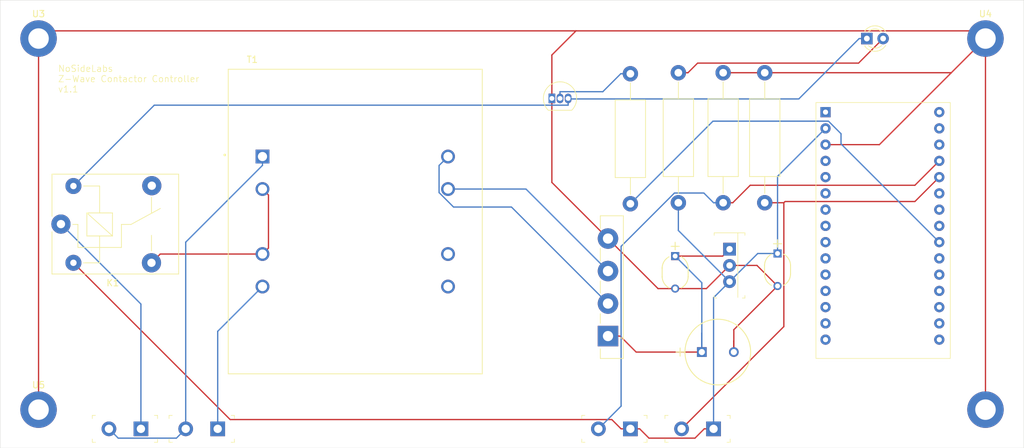
<source format=kicad_pcb>
(kicad_pcb (version 20240108) (generator "pcbnew") (generator_version "8.0")
  (layers (0 "F.Cu" signal) (31 "B.Cu" signal) (34 "B.Paste" user) (35 "F.Paste" user) (36 "B.SilkS" user "B.Silkscreen") (37 "F.SilkS" user "F.Silkscreen") (38 "B.Mask" user) (39 "F.Mask" user) (44 "Edge.Cuts" user))
  (net 0 "")
  (net 1 "GND")
  (net 2 "Net-(D1-+)")
  (net 3 "Net-(D1-Pad2)")
  (net 4 "Net-(D1-Pad3)")
  (net 5 "Net-(U2-20)")
  (net 6 "Net-(U1-OUT)")
  (net 7 "Net-(U2-19)")
  (net 8 "Net-(J3-Pad1)")
  (net 9 "Net-(J3-Pad2)")
  (net 10 "Net-(J4-Pad1)")
  (net 11 "Net-(U2-15_PWM3)")
  (net 35 "Net-(K1-Pad3)")
  (net 37 "Net-(D2-K)")
  (net 40 "Net-(D2-A)")
  (net 41 "Net-(Q1-B)")
  (footprint "PCM_Z-Uno:DIP-30_W17.78mm" (layer "F.Cu") (at 188 67)
    (property "Reference" "U2" (hide yes))
    (property "Value" "Z-Uno 2")
    (fp_rect (start -1.5 -1.5) (end 19.5 38.5) (stroke (width 0.1)) (fill none) (layer "F.SilkS"))
    (pad "1" thru_hole rect (at 0 0) (size 1.6 1.6) (drill 0.8) (layers "*.Cu" "*.Mask"))
    (pad "2" thru_hole circle (at 0 2.54) (size 1.6 1.6) (drill 0.8) (layers "*.Cu" "*.Mask") (net 6 "Net-(U1-OUT)"))
    (pad "3" thru_hole circle (at 0 5.08) (size 1.6 1.6) (drill 0.8) (layers "*.Cu" "*.Mask") (net 1 "GND"))
    (pad "4" thru_hole circle (at 0 7.62) (size 1.6 1.6) (drill 0.8) (layers "*.Cu" "*.Mask"))
    (pad "5" thru_hole circle (at 0 10.16) (size 1.6 1.6) (drill 0.8) (layers "*.Cu" "*.Mask"))
    (pad "6" thru_hole circle (at 0 12.7) (size 1.6 1.6) (drill 0.8) (layers "*.Cu" "*.Mask"))
    (pad "7" thru_hole circle (at 0 15.24) (size 1.6 1.6) (drill 0.8) (layers "*.Cu" "*.Mask"))
    (pad "8" thru_hole circle (at 0 17.78) (size 1.6 1.6) (drill 0.8) (layers "*.Cu" "*.Mask"))
    (pad "9" thru_hole circle (at 0 20.32) (size 1.6 1.6) (drill 0.8) (layers "*.Cu" "*.Mask"))
    (pad "10" thru_hole circle (at 0 22.86) (size 1.6 1.6) (drill 0.8) (layers "*.Cu" "*.Mask"))
    (pad "11" thru_hole circle (at 0 25.4) (size 1.6 1.6) (drill 0.8) (layers "*.Cu" "*.Mask"))
    (pad "12" thru_hole circle (at 0 27.94) (size 1.6 1.6) (drill 0.8) (layers "*.Cu" "*.Mask"))
    (pad "13" thru_hole circle (at 0 30.48) (size 1.6 1.6) (drill 0.8) (layers "*.Cu" "*.Mask"))
    (pad "14" thru_hole circle (at 0 33.02) (size 1.6 1.6) (drill 0.8) (layers "*.Cu" "*.Mask"))
    (pad "15" thru_hole circle (at 0 35.56) (size 1.6 1.6) (drill 0.8) (layers "*.Cu" "*.Mask"))
    (pad "16" thru_hole circle (at 17.78 35.56) (size 1.6 1.6) (drill 0.8) (layers "*.Cu" "*.Mask"))
    (pad "17" thru_hole circle (at 17.78 33.02) (size 1.6 1.6) (drill 0.8) (layers "*.Cu" "*.Mask"))
    (pad "18" thru_hole circle (at 17.78 30.48) (size 1.6 1.6) (drill 0.8) (layers "*.Cu" "*.Mask"))
    (pad "19" thru_hole circle (at 17.78 27.94) (size 1.6 1.6) (drill 0.8) (layers "*.Cu" "*.Mask"))
    (pad "20" thru_hole circle (at 17.78 25.4) (size 1.6 1.6) (drill 0.8) (layers "*.Cu" "*.Mask"))
    (pad "21" thru_hole circle (at 17.78 22.86) (size 1.6 1.6) (drill 0.8) (layers "*.Cu" "*.Mask"))
    (pad "22" thru_hole circle (at 17.78 20.32) (size 1.6 1.6) (drill 0.8) (layers "*.Cu" "*.Mask") (net 11 "Net-(U2-15_PWM3)"))
    (pad "23" thru_hole circle (at 17.78 17.78) (size 1.6 1.6) (drill 0.8) (layers "*.Cu" "*.Mask"))
    (pad "24" thru_hole circle (at 17.78 15.24) (size 1.6 1.6) (drill 0.8) (layers "*.Cu" "*.Mask"))
    (pad "25" thru_hole circle (at 17.78 12.7) (size 1.6 1.6) (drill 0.8) (layers "*.Cu" "*.Mask"))
    (pad "26" thru_hole circle (at 17.78 10.16) (size 1.6 1.6) (drill 0.8) (layers "*.Cu" "*.Mask") (net 7 "Net-(U2-19)"))
    (pad "27" thru_hole circle (at 17.78 7.62) (size 1.6 1.6) (drill 0.8) (layers "*.Cu" "*.Mask") (net 5 "Net-(U2-20)"))
    (pad "28" thru_hole circle (at 17.78 5.08) (size 1.6 1.6) (drill 0.8) (layers "*.Cu" "*.Mask"))
    (pad "29" thru_hole circle (at 17.78 2.54) (size 1.6 1.6) (drill 0.8) (layers "*.Cu" "*.Mask"))
    (pad "30" thru_hole circle (at 17.78 0) (size 1.6 1.6) (drill 0.8) (layers "*.Cu" "*.Mask"))
  )
  (footprint "digikey-footprints:Terminal_Block_D1.3mm_P5mm" (layer "F.Cu") (at 81 116.5 180)
    (property "Reference" "J3" (hide yes))
    (property "Value" "Contactor Out")
    (fp_line (start 7.6 2.1) (end 7.6 1.6) (stroke (width 0.1)) (layer "F.SilkS"))
    (fp_line (start 7.6 2.1) (end 7.1 2.1) (stroke (width 0.1)) (layer "F.SilkS"))
    (fp_line (start 7.6 -2.1) (end 7.6 -1.6) (stroke (width 0.1)) (layer "F.SilkS"))
    (fp_line (start 7.6 -2.1) (end 7.1 -2.1) (stroke (width 0.1)) (layer "F.SilkS"))
    (fp_line (start -2.6 2.1) (end -2.1 2.1) (stroke (width 0.1)) (layer "F.SilkS"))
    (fp_line (start -2.6 2.1) (end -2.6 1.6) (stroke (width 0.1)) (layer "F.SilkS"))
    (fp_line (start -2.6 -2.1) (end -2.1 -2.1) (stroke (width 0.1)) (layer "F.SilkS"))
    (fp_line (start -2.6 -2.1) (end -2.6 -1.6) (stroke (width 0.1)) (layer "F.SilkS"))
    (pad "1" thru_hole rect (at 0 0 180) (size 2.3 2.3) (drill 1.3) (layers "*.Cu" "*.Mask") (net 8 "Net-(J3-Pad1)"))
    (pad "2" thru_hole circle (at 5 0 180) (size 2.3 2.3) (drill 1.3) (layers "*.Cu" "*.Mask") (net 9 "Net-(J3-Pad2)"))
  )
  (footprint "footprints:CAP_C322_KEM" (layer "F.Cu") (at 180.5 89.095 -90)
    (property "Reference" "C3" (hide yes))
    (property "Value" "0.1uf")
    (fp_line (start 1.778 2.032) (end 3.302 2.032) (stroke (width 0.1524)) (layer "F.SilkS"))
    (fp_line (start -2.159 0) (end -0.96774 0) (stroke (width 0.1524)) (layer "F.SilkS"))
    (fp_line (start -1.524 -0.635) (end -1.524 0.635) (stroke (width 0.1524)) (layer "F.SilkS"))
    (fp_line (start 1.778 -2.032) (end 3.302 -2.032) (stroke (width 0.1524)) (layer "F.SilkS"))
    (fp_arc (start 1.905003 2.032) (mid 0.865152 1.745778) (end 0.118243 0.967741) (stroke (width 0.1524)) (layer "F.SilkS"))
    (fp_arc (start 4.965427 0.960934) (mid 4.21817 1.743795) (end 3.175 2.032) (stroke (width 0.1524)) (layer "F.SilkS"))
    (fp_arc (start 0.118242 -0.96774) (mid 0.86515 -1.745777) (end 1.905 -2.032) (stroke (width 0.1524)) (layer "F.SilkS"))
    (fp_arc (start 3.175 -2.032) (mid 4.21817 -1.743795) (end 4.965427 -0.960934) (stroke (width 0.1524)) (layer "F.SilkS"))
    (pad "1" thru_hole rect (at 0 0 270) (size 1.27 1.27) (drill 0.762) (layers "*.Cu" "*.Mask") (net 6 "Net-(U1-OUT)"))
    (pad "2" thru_hole circle (at 5.08 0 270) (size 1.27 1.27) (drill 0.762) (layers "*.Cu" "*.Mask") (net 1 "GND"))
  )
  (footprint "footprints:PCAP_10x20_PAN" (layer "F.Cu") (at 168.6649 104.5)
    (property "Reference" "C1" (hide yes))
    (property "Value" "ECA-1AM222" (hide yes))
    (fp_line (start -4.0259 0) (end -2.7559 0) (stroke (width 0.1524)) (layer "F.SilkS"))
    (fp_line (start -3.3909 -0.635) (end -3.3909 0.635) (stroke (width 0.1524)) (layer "F.SilkS"))
    (fp_circle (center 2.5019 0) (end 7.6327 0) (stroke (width 0.1524)) (fill none) (layer "F.SilkS"))
    (pad "1" thru_hole rect (at 0 0) (size 1.524 1.524) (drill 0.9652) (layers "*.Cu" "*.Mask") (net 2 "Net-(D1-+)"))
    (pad "2" thru_hole circle (at 5.0038 0) (size 1.524 1.524) (drill 0.9652) (layers "*.Cu" "*.Mask") (net 1 "GND"))
  )
  (footprint "footprints:CAP_C322_KEM" (layer "F.Cu") (at 164.5 89.5 -90)
    (property "Reference" "C2" (hide yes))
    (property "Value" "0.1uf")
    (fp_line (start 1.778 2.032) (end 3.302 2.032) (stroke (width 0.1524)) (layer "F.SilkS"))
    (fp_line (start -2.159 0) (end -0.96774 0) (stroke (width 0.1524)) (layer "F.SilkS"))
    (fp_line (start -1.524 -0.635) (end -1.524 0.635) (stroke (width 0.1524)) (layer "F.SilkS"))
    (fp_line (start 1.778 -2.032) (end 3.302 -2.032) (stroke (width 0.1524)) (layer "F.SilkS"))
    (fp_arc (start 1.905003 2.032) (mid 0.865152 1.745778) (end 0.118243 0.967741) (stroke (width 0.1524)) (layer "F.SilkS"))
    (fp_arc (start 4.965427 0.960934) (mid 4.21817 1.743795) (end 3.175 2.032) (stroke (width 0.1524)) (layer "F.SilkS"))
    (fp_arc (start 0.118242 -0.96774) (mid 0.86515 -1.745777) (end 1.905 -2.032) (stroke (width 0.1524)) (layer "F.SilkS"))
    (fp_arc (start 3.175 -2.032) (mid 4.21817 -1.743795) (end 4.965427 -0.960934) (stroke (width 0.1524)) (layer "F.SilkS"))
    (pad "1" thru_hole rect (at 0 0 270) (size 1.27 1.27) (drill 0.762) (layers "*.Cu" "*.Mask") (net 2 "Net-(D1-+)"))
    (pad "2" thru_hole circle (at 5.08 0 270) (size 1.27 1.27) (drill 0.762) (layers "*.Cu" "*.Mask") (net 1 "GND"))
  )
  (footprint "MountingHole:MountingHole_3.2mm_M3_ISO7380_Pad_TopBottom" (layer "F.Cu") (at 213 55.5)
    (property "Reference" "U4" (at 0 -3.85 0) (layer "F.SilkS"))
    (property "Value" "~" (hide yes))
    (pad "1" thru_hole circle (at 0 0) (size 3.6 3.6) (drill 3.2) (layers "*.Cu" "*.Mask") (net 1 "GND"))
    (pad "1" connect circle (at 0 0) (size 5.7 5.7) (layers "F.Cu" "F.Mask") (net 1 "GND"))
    (pad "1" connect circle (at 0 0) (size 5.7 5.7) (layers "B.Cu" "B.Mask") (net 1 "GND"))
  )
  (footprint "Diode_THT:Diode_Bridge_Vishay_GBU" (layer "F.Cu") (at 154 102 90)
    (property "Reference" "D1" (hide yes))
    (property "Value" "GBU4M" (hide yes))
    (fp_line (start 18.8 -1.2) (end 18.8 2.4) (stroke (width 0.12)) (layer "F.SilkS"))
    (fp_line (start 16.8 -1.2) (end 18.8 -1.2) (stroke (width 0.12)) (layer "F.SilkS"))
    (fp_line (start 11.7 -1.2) (end 13.7 -1.2) (stroke (width 0.12)) (layer "F.SilkS"))
    (fp_line (start 6.7 -1.2) (end 8.6 -1.2) (stroke (width 0.12)) (layer "F.SilkS"))
    (fp_line (start 2 -1.2) (end 3.5 -1.2) (stroke (width 0.12)) (layer "F.SilkS"))
    (fp_line (start -3.5 -1.2) (end -2 -1.2) (stroke (width 0.12)) (layer "F.SilkS"))
    (fp_line (start 18.8 2.4) (end -3.5 2.4) (stroke (width 0.12)) (layer "F.SilkS"))
    (fp_line (start -0.3 2.4) (end -0.3 1.9) (stroke (width 0.12)) (layer "F.SilkS"))
    (fp_line (start -3.5 2.4) (end -3.5 -1.2) (stroke (width 0.12)) (layer "F.SilkS"))
    (pad "1" thru_hole rect (at 0 0 90) (size 3.2 3.2) (drill 1.6) (layers "*.Cu" "*.Mask") (net 2 "Net-(D1-+)"))
    (pad "2" thru_hole circle (at 5.08 0 90) (size 3.2 3.2) (drill 1.6) (layers "*.Cu" "*.Mask") (net 3 "Net-(D1-Pad2)"))
    (pad "3" thru_hole circle (at 10.16 0 90) (size 3.2 3.2) (drill 1.6) (layers "*.Cu" "*.Mask") (net 4 "Net-(D1-Pad3)"))
    (pad "4" thru_hole circle (at 15.24 0 90) (size 3.2 3.2) (drill 1.6) (layers "*.Cu" "*.Mask") (net 1 "GND"))
  )
  (footprint "Package_TO_SOT_THT:TO-92_Inline" (layer "F.Cu") (at 145.23 64.86)
    (property "Reference" "Q1" (hide yes))
    (property "Value" "2N3904" (hide yes))
    (fp_line (start -0.53 1.85) (end 3.07 1.85) (stroke (width 0.12)) (layer "F.SilkS"))
    (fp_arc (start -0.568478 1.838478) (mid -1.132087 -0.994977) (end 1.27 -2.6) (stroke (width 0.12)) (layer "F.SilkS"))
    (fp_arc (start 1.27 -2.6) (mid 3.672087 -0.994977) (end 3.108478 1.838478) (stroke (width 0.12)) (layer "F.SilkS"))
    (pad "1" thru_hole rect (at 0 0) (size 1.05 1.5) (drill 0.75) (layers "*.Cu" "*.Mask") (net 1 "GND"))
    (pad "2" thru_hole oval (at 1.27 0) (size 1.05 1.5) (drill 0.75) (layers "*.Cu" "*.Mask") (net 41 "Net-(Q1-B)"))
    (pad "3" thru_hole oval (at 2.54 0) (size 1.05 1.5) (drill 0.75) (layers "*.Cu" "*.Mask") (net 37 "Net-(D2-K)"))
  )
  (footprint "LED_THT:LED_D3.0mm" (layer "F.Cu") (at 194.46 55.5)
    (property "Reference" "D2" (hide yes))
    (property "Value" "LED" (hide yes))
    (fp_line (start -0.29 -1.236) (end -0.29 -1.08) (stroke (width 0.12)) (layer "F.SilkS"))
    (fp_line (start -0.29 1.08) (end -0.29 1.236) (stroke (width 0.12)) (layer "F.SilkS"))
    (fp_arc (start -0.29 -1.235516) (mid 1.366487 -1.987659) (end 2.942335 -1.078608) (stroke (width 0.12)) (layer "F.SilkS"))
    (fp_arc (start 0.229039 -1.08) (mid 1.270117 -1.5) (end 2.31113 -1.079837) (stroke (width 0.12)) (layer "F.SilkS"))
    (fp_arc (start 2.31113 1.079837) (mid 1.270117 1.5) (end 0.229039 1.08) (stroke (width 0.12)) (layer "F.SilkS"))
    (fp_arc (start 2.942335 1.078608) (mid 1.366487 1.987659) (end -0.29 1.235516) (stroke (width 0.12)) (layer "F.SilkS"))
    (pad "1" thru_hole rect (at 0 0) (size 1.8 1.8) (drill 0.9) (layers "*.Cu" "*.Mask") (net 37 "Net-(D2-K)"))
    (pad "2" thru_hole circle (at 2.54 0) (size 1.8 1.8) (drill 0.9) (layers "*.Cu" "*.Mask") (net 40 "Net-(D2-A)"))
  )
  (footprint "MountingHole:MountingHole_3.2mm_M3_ISO7380_Pad_TopBottom" (layer "F.Cu") (at 213 113.5)
    (property "Reference" "U6" (hide yes))
    (property "Value" "~" (hide yes))
    (pad "1" thru_hole circle (at 0 0) (size 3.6 3.6) (drill 3.2) (layers "*.Cu" "*.Mask") (net 1 "GND"))
    (pad "1" connect circle (at 0 0) (size 5.7 5.7) (layers "F.Cu" "F.Mask") (net 1 "GND"))
    (pad "1" connect circle (at 0 0) (size 5.7 5.7) (layers "B.Cu" "B.Mask") (net 1 "GND"))
  )
  (footprint "MountingHole:MountingHole_3.2mm_M3_ISO7380_Pad_TopBottom" (layer "F.Cu") (at 65 55.5)
    (property "Reference" "U3" (at 0 -3.85 0) (layer "F.SilkS"))
    (property "Value" "~")
    (pad "1" thru_hole circle (at 0 0) (size 3.6 3.6) (drill 3.2) (layers "*.Cu" "*.Mask") (net 1 "GND"))
    (pad "1" connect circle (at 0 0) (size 5.7 5.7) (layers "F.Cu" "F.Mask") (net 1 "GND"))
    (pad "1" connect circle (at 0 0) (size 5.7 5.7) (layers "B.Cu" "B.Mask") (net 1 "GND"))
  )
  (footprint "MountingHole:MountingHole_3.2mm_M3_ISO7380_Pad_TopBottom" (layer "F.Cu") (at 65 113.5)
    (property "Reference" "U5" (at 0 -3.85 0) (layer "F.SilkS"))
    (property "Value" "~")
    (pad "1" thru_hole circle (at 0 0) (size 3.6 3.6) (drill 3.2) (layers "*.Cu" "*.Mask") (net 1 "GND"))
    (pad "1" connect circle (at 0 0) (size 5.7 5.7) (layers "F.Cu" "F.Mask") (net 1 "GND"))
    (pad "1" connect circle (at 0 0) (size 5.7 5.7) (layers "B.Cu" "B.Mask") (net 1 "GND"))
  )
  (footprint "digikey-footprints:Terminal_Block_D1.3mm_P5mm" (layer "F.Cu") (at 93 116.5 180)
    (property "Reference" "J4" (hide yes))
    (property "Value" "A/C in")
    (fp_line (start 7.6 2.1) (end 7.6 1.6) (stroke (width 0.1)) (layer "F.SilkS"))
    (fp_line (start 7.6 2.1) (end 7.1 2.1) (stroke (width 0.1)) (layer "F.SilkS"))
    (fp_line (start 7.6 -2.1) (end 7.6 -1.6) (stroke (width 0.1)) (layer "F.SilkS"))
    (fp_line (start 7.6 -2.1) (end 7.1 -2.1) (stroke (width 0.1)) (layer "F.SilkS"))
    (fp_line (start -2.6 2.1) (end -2.1 2.1) (stroke (width 0.1)) (layer "F.SilkS"))
    (fp_line (start -2.6 2.1) (end -2.6 1.6) (stroke (width 0.1)) (layer "F.SilkS"))
    (fp_line (start -2.6 -2.1) (end -2.1 -2.1) (stroke (width 0.1)) (layer "F.SilkS"))
    (fp_line (start -2.6 -2.1) (end -2.6 -1.6) (stroke (width 0.1)) (layer "F.SilkS"))
    (pad "1" thru_hole rect (at 0 0 180) (size 2.3 2.3) (drill 1.3) (layers "*.Cu" "*.Mask") (net 10 "Net-(J4-Pad1)"))
    (pad "2" thru_hole circle (at 5 0 180) (size 2.3 2.3) (drill 1.3) (layers "*.Cu" "*.Mask") (net 9 "Net-(J3-Pad2)"))
  )
  (footprint "Relay_THT:Relay_SPDT_SANYOU_SRD_Series_Form_C" (layer "F.Cu") (at 68.5 84.5)
    (property "Reference" "K1" (at 8.1 9.2 0) (layer "F.SilkS"))
    (property "Value" "SANYOU_SRD_Form_C")
    (fp_line (start -1.4 -7.8) (end -1.4 -1.2) (stroke (width 0.12)) (layer "F.SilkS"))
    (fp_line (start -1.4 -7.8) (end 18.4 -7.8) (stroke (width 0.12)) (layer "F.SilkS"))
    (fp_line (start -1.4 1.2) (end -1.4 7.8) (stroke (width 0.12)) (layer "F.SilkS"))
    (fp_line (start 2.65 0.05) (end 1.85 0.05) (stroke (width 0.12)) (layer "F.SilkS"))
    (fp_line (start 2.65 0.05) (end 2.65 3.65) (stroke (width 0.12)) (layer "F.SilkS"))
    (fp_line (start 3.55 6.05) (end 6.05 6.05) (stroke (width 0.12)) (layer "F.SilkS"))
    (fp_line (start 4.05 -1.75) (end 8.05 -1.75) (stroke (width 0.12)) (layer "F.SilkS"))
    (fp_line (start 4.05 1.85) (end 4.05 -1.75) (stroke (width 0.12)) (layer "F.SilkS"))
    (fp_line (start 6.05 -5.95) (end 3.55 -5.95) (stroke (width 0.12)) (layer "F.SilkS"))
    (fp_line (start 6.05 -5.95) (end 6.05 -1.75) (stroke (width 0.12)) (layer "F.SilkS"))
    (fp_line (start 6.05 1.85) (end 6.05 6.05) (stroke (width 0.12)) (layer "F.SilkS"))
    (fp_line (start 8.05 -1.75) (end 8.05 1.85) (stroke (width 0.12)) (layer "F.SilkS"))
    (fp_line (start 8.05 1.85) (end 4.05 -1.75) (stroke (width 0.12)) (layer "F.SilkS"))
    (fp_line (start 8.05 1.85) (end 4.05 1.85) (stroke (width 0.12)) (layer "F.SilkS"))
    (fp_line (start 9.45 0.05) (end 9.45 3.65) (stroke (width 0.12)) (layer "F.SilkS"))
    (fp_line (start 9.45 0.05) (end 10.95 0.05) (stroke (width 0.12)) (layer "F.SilkS"))
    (fp_line (start 9.45 3.65) (end 2.65 3.65) (stroke (width 0.12)) (layer "F.SilkS"))
    (fp_line (start 10.95 0.05) (end 15.55 -2.45) (stroke (width 0.12)) (layer "F.SilkS"))
    (fp_line (start 14.15 -4.2) (end 14.15 -1.7) (stroke (width 0.12)) (layer "F.SilkS"))
    (fp_line (start 14.15 4.2) (end 14.15 1.75) (stroke (width 0.12)) (layer "F.SilkS"))
    (fp_line (start 18.4 -7.8) (end 18.4 7.8) (stroke (width 0.12)) (layer "F.SilkS"))
    (fp_line (start 18.4 7.8) (end -1.4 7.8) (stroke (width 0.12)) (layer "F.SilkS"))
    (pad "1" thru_hole circle (at 0 0 90) (size 3 3) (drill 1.3) (layers "*.Cu" "*.Mask") (net 8 "Net-(J3-Pad1)"))
    (pad "2" thru_hole circle (at 1.95 6.05 90) (size 2.5 2.5) (drill 1) (layers "*.Cu" "*.Mask") (net 6 "Net-(U1-OUT)"))
    (pad "3" thru_hole circle (at 14.15 6.05 90) (size 3 3) (drill 1.3) (layers "*.Cu" "*.Mask") (net 35 "Net-(K1-Pad3)"))
    (pad "4" thru_hole circle (at 14.2 -6 90) (size 3 3) (drill 1.3) (layers "*.Cu" "*.Mask"))
    (pad "5" thru_hole circle (at 1.95 -5.95 90) (size 2.5 2.5) (drill 1) (layers "*.Cu" "*.Mask") (net 37 "Net-(D2-K)"))
  )
  (footprint "Resistor_THT:R_Axial_DIN0414_L11.9mm_D4.5mm_P20.32mm_Horizontal" (layer "F.Cu") (at 178.5 60.84 -90)
    (property "Reference" "R3" (hide yes))
    (property "Value" "10k")
    (fp_line (start 4.09 2.37) (end 16.23 2.37) (stroke (width 0.12)) (layer "F.SilkS"))
    (fp_line (start 16.23 2.37) (end 16.23 -2.37) (stroke (width 0.12)) (layer "F.SilkS"))
    (fp_line (start 1.44 0) (end 4.09 0) (stroke (width 0.12)) (layer "F.SilkS"))
    (fp_line (start 18.88 0) (end 16.23 0) (stroke (width 0.12)) (layer "F.SilkS"))
    (fp_line (start 4.09 -2.37) (end 4.09 2.37) (stroke (width 0.12)) (layer "F.SilkS"))
    (fp_line (start 16.23 -2.37) (end 4.09 -2.37) (stroke (width 0.12)) (layer "F.SilkS"))
    (pad "1" thru_hole circle (at 0 0 270) (size 2.4 2.4) (drill 1.2) (layers "*.Cu" "*.Mask") (net 1 "GND"))
    (pad "2" thru_hole oval (at 20.32 0 270) (size 2.4 2.4) (drill 1.2) (layers "*.Cu" "*.Mask") (net 7 "Net-(U2-19)"))
  )
  (footprint "digikey-footprints:TO-220-3" (layer "F.Cu") (at 173 88.42 -90)
    (property "Reference" "U1" (hide yes))
    (property "Value" "L7805CV")
    (fp_line (start -2.56 2.4) (end -2.16 2.4) (stroke (width 0.1)) (layer "F.SilkS"))
    (fp_line (start -2.56 2.4) (end -2.56 -2) (stroke (width 0.1)) (layer "F.SilkS"))
    (fp_line (start 7.64 2.4) (end 7.24 2.4) (stroke (width 0.1)) (layer "F.SilkS"))
    (fp_line (start 7.64 2.4) (end 7.64 2) (stroke (width 0.1)) (layer "F.SilkS"))
    (fp_line (start -2.56 -1.29) (end 7.54 -1.29) (stroke (width 0.1)) (layer "F.SilkS"))
    (fp_line (start -2.56 -2.4) (end -2.56 -2) (stroke (width 0.1)) (layer "F.SilkS"))
    (fp_line (start -2.56 -2.4) (end -2.16 -2.4) (stroke (width 0.1)) (layer "F.SilkS"))
    (fp_line (start 7.24 -2.4) (end 7.64 -2.4) (stroke (width 0.1)) (layer "F.SilkS"))
    (fp_line (start 7.64 -2.4) (end 7.64 -2) (stroke (width 0.1)) (layer "F.SilkS"))
    (pad "1" thru_hole rect (at 0 0 270) (size 2 2) (drill 1) (layers "*.Cu" "*.Mask") (net 2 "Net-(D1-+)"))
    (pad "2" thru_hole circle (at 2.54 0 270) (size 2 2) (drill 1) (layers "*.Cu" "*.Mask") (net 1 "GND"))
    (pad "3" thru_hole circle (at 5.08 0 270) (size 2 2) (drill 1) (layers "*.Cu" "*.Mask") (net 6 "Net-(U1-OUT)"))
  )
  (footprint "Resistor_THT:R_Axial_DIN0414_L11.9mm_D4.5mm_P20.32mm_Horizontal" (layer "F.Cu") (at 165 81.16 90)
    (property "Reference" "R1" (hide yes))
    (property "Value" "1k")
    (fp_line (start 16.23 -2.37) (end 4.09 -2.37) (stroke (width 0.12)) (layer "F.SilkS"))
    (fp_line (start 4.09 -2.37) (end 4.09 2.37) (stroke (width 0.12)) (layer "F.SilkS"))
    (fp_line (start 18.88 0) (end 16.23 0) (stroke (width 0.12)) (layer "F.SilkS"))
    (fp_line (start 1.44 0) (end 4.09 0) (stroke (width 0.12)) (layer "F.SilkS"))
    (fp_line (start 16.23 2.37) (end 16.23 -2.37) (stroke (width 0.12)) (layer "F.SilkS"))
    (fp_line (start 4.09 2.37) (end 16.23 2.37) (stroke (width 0.12)) (layer "F.SilkS"))
    (pad "1" thru_hole circle (at 0 0 90) (size 2.4 2.4) (drill 1.2) (layers "*.Cu" "*.Mask") (net 6 "Net-(U1-OUT)"))
    (pad "2" thru_hole oval (at 20.32 0 90) (size 2.4 2.4) (drill 1.2) (layers "*.Cu" "*.Mask") (net 40 "Net-(D2-A)"))
  )
  (footprint "digikey-footprints:Terminal_Block_D1.3mm_P5mm" (layer "F.Cu") (at 170.5 116.5 180)
    (property "Reference" "J2" (hide yes))
    (property "Value" "Button Off")
    (fp_line (start 7.6 2.1) (end 7.6 1.6) (stroke (width 0.1)) (layer "F.SilkS"))
    (fp_line (start 7.6 2.1) (end 7.1 2.1) (stroke (width 0.1)) (layer "F.SilkS"))
    (fp_line (start 7.6 -2.1) (end 7.6 -1.6) (stroke (width 0.1)) (layer "F.SilkS"))
    (fp_line (start 7.6 -2.1) (end 7.1 -2.1) (stroke (width 0.1)) (layer "F.SilkS"))
    (fp_line (start -2.6 2.1) (end -2.1 2.1) (stroke (width 0.1)) (layer "F.SilkS"))
    (fp_line (start -2.6 2.1) (end -2.6 1.6) (stroke (width 0.1)) (layer "F.SilkS"))
    (fp_line (start -2.6 -2.1) (end -2.1 -2.1) (stroke (width 0.1)) (layer "F.SilkS"))
    (fp_line (start -2.6 -2.1) (end -2.6 -1.6) (stroke (width 0.1)) (layer "F.SilkS"))
    (pad "1" thru_hole rect (at 0 0 180) (size 2.3 2.3) (drill 1.3) (layers "*.Cu" "*.Mask") (net 6 "Net-(U1-OUT)"))
    (pad "2" thru_hole circle (at 5 0 180) (size 2.3 2.3) (drill 1.3) (layers "*.Cu" "*.Mask") (net 7 "Net-(U2-19)"))
  )
  (footprint "Resistor_THT:R_Axial_DIN0414_L11.9mm_D4.5mm_P20.32mm_Horizontal" (layer "F.Cu") (at 172 60.84 -90)
    (property "Reference" "R2" (hide yes))
    (property "Value" "10k")
    (fp_line (start 4.09 2.37) (end 16.23 2.37) (stroke (width 0.12)) (layer "F.SilkS"))
    (fp_line (start 16.23 2.37) (end 16.23 -2.37) (stroke (width 0.12)) (layer "F.SilkS"))
    (fp_line (start 1.44 0) (end 4.09 0) (stroke (width 0.12)) (layer "F.SilkS"))
    (fp_line (start 18.88 0) (end 16.23 0) (stroke (width 0.12)) (layer "F.SilkS"))
    (fp_line (start 4.09 -2.37) (end 4.09 2.37) (stroke (width 0.12)) (layer "F.SilkS"))
    (fp_line (start 16.23 -2.37) (end 4.09 -2.37) (stroke (width 0.12)) (layer "F.SilkS"))
    (pad "1" thru_hole circle (at 0 0 270) (size 2.4 2.4) (drill 1.2) (layers "*.Cu" "*.Mask") (net 1 "GND"))
    (pad "2" thru_hole oval (at 20.32 0 270) (size 2.4 2.4) (drill 1.2) (layers "*.Cu" "*.Mask") (net 5 "Net-(U2-20)"))
  )
  (footprint "digikey-footprints:Terminal_Block_D1.3mm_P5mm" (layer "F.Cu") (at 157.5 116.5 180)
    (property "Reference" "J1" (hide yes))
    (property "Value" "Button On")
    (fp_line (start 7.6 2.1) (end 7.6 1.6) (stroke (width 0.1)) (layer "F.SilkS"))
    (fp_line (start 7.6 2.1) (end 7.1 2.1) (stroke (width 0.1)) (layer "F.SilkS"))
    (fp_line (start 7.6 -2.1) (end 7.6 -1.6) (stroke (width 0.1)) (layer "F.SilkS"))
    (fp_line (start 7.6 -2.1) (end 7.1 -2.1) (stroke (width 0.1)) (layer "F.SilkS"))
    (fp_line (start -2.6 2.1) (end -2.1 2.1) (stroke (width 0.1)) (layer "F.SilkS"))
    (fp_line (start -2.6 2.1) (end -2.6 1.6) (stroke (width 0.1)) (layer "F.SilkS"))
    (fp_line (start -2.6 -2.1) (end -2.1 -2.1) (stroke (width 0.1)) (layer "F.SilkS"))
    (fp_line (start -2.6 -2.1) (end -2.6 -1.6) (stroke (width 0.1)) (layer "F.SilkS"))
    (pad "1" thru_hole rect (at 0 0 180) (size 2.3 2.3) (drill 1.3) (layers "*.Cu" "*.Mask") (net 6 "Net-(U1-OUT)"))
    (pad "2" thru_hole circle (at 5 0 180) (size 2.3 2.3) (drill 1.3) (layers "*.Cu" "*.Mask") (net 5 "Net-(U2-20)"))
  )
  (footprint "footprints:XFMR_14A-10R-24" (layer "F.Cu") (at 114.5 84.1)
    (property "Reference" "T1" (at -16.095 -25.31 0) (layer "F.SilkS"))
    (property "Value" "14A-10R-24")
    (fp_line (start -19.85 -23.8) (end -19.85 23.8) (stroke (width 0.127)) (layer "F.SilkS"))
    (fp_line (start -19.85 23.8) (end 19.85 23.8) (stroke (width 0.127)) (layer "F.SilkS"))
    (fp_line (start 19.85 -23.8) (end -19.85 -23.8) (stroke (width 0.127)) (layer "F.SilkS"))
    (fp_line (start 19.85 23.8) (end 19.85 -23.8) (stroke (width 0.127)) (layer "F.SilkS"))
    (fp_circle (center -20.4 -10.405) (end -20.3 -10.405) (stroke (width 0.2)) (fill none) (layer "F.SilkS"))
    (pad "" np_thru_hole circle (at -15.85 0) (size 3.43 3.43) (drill 3.43) (layers "*.Cu" "*.Mask"))
    (pad "" np_thru_hole circle (at 15.85 0) (size 3.43 3.43) (drill 3.43) (layers "*.Cu" "*.Mask"))
    (pad "1" thru_hole rect (at -14.5 -10.16) (size 2.16 2.16) (drill 1.44) (layers "*.Cu" "*.Mask") (net 9 "Net-(J3-Pad2)"))
    (pad "3" thru_hole circle (at -14.5 -5.08) (size 2.16 2.16) (drill 1.44) (layers "*.Cu" "*.Mask") (net 35 "Net-(K1-Pad3)"))
    (pad "4" thru_hole circle (at -14.5 5.08) (size 2.16 2.16) (drill 1.44) (layers "*.Cu" "*.Mask") (net 35 "Net-(K1-Pad3)"))
    (pad "6" thru_hole circle (at -14.5 10.16) (size 2.16 2.16) (drill 1.44) (layers "*.Cu" "*.Mask") (net 10 "Net-(J4-Pad1)"))
    (pad "7" thru_hole circle (at 14.5 -10.16) (size 2.16 2.16) (drill 1.44) (layers "*.Cu" "*.Mask") (net 3 "Net-(D1-Pad2)"))
    (pad "9" thru_hole circle (at 14.5 -5.08) (size 2.16 2.16) (drill 1.44) (layers "*.Cu" "*.Mask") (net 4 "Net-(D1-Pad3)"))
    (pad "10" thru_hole circle (at 14.5 5.08) (size 2.16 2.16) (drill 1.44) (layers "*.Cu" "*.Mask"))
    (pad "12" thru_hole circle (at 14.5 10.16) (size 2.16 2.16) (drill 1.44) (layers "*.Cu" "*.Mask"))
  )
  (footprint "Resistor_THT:R_Axial_DIN0414_L11.9mm_D4.5mm_P20.32mm_Horizontal" (layer "F.Cu") (at 157.5 81.32 90)
    (property "Reference" "R4" (hide yes))
    (property "Value" "1k")
    (fp_line (start 16.23 -2.37) (end 4.09 -2.37) (stroke (width 0.12)) (layer "F.SilkS"))
    (fp_line (start 4.09 -2.37) (end 4.09 2.37) (stroke (width 0.12)) (layer "F.SilkS"))
    (fp_line (start 18.88 0) (end 16.23 0) (stroke (width 0.12)) (layer "F.SilkS"))
    (fp_line (start 1.44 0) (end 4.09 0) (stroke (width 0.12)) (layer "F.SilkS"))
    (fp_line (start 16.23 2.37) (end 16.23 -2.37) (stroke (width 0.12)) (layer "F.SilkS"))
    (fp_line (start 4.09 2.37) (end 16.23 2.37) (stroke (width 0.12)) (layer "F.SilkS"))
    (pad "1" thru_hole circle (at 0 0 90) (size 2.4 2.4) (drill 1.2) (layers "*.Cu" "*.Mask") (net 11 "Net-(U2-15_PWM3)"))
    (pad "2" thru_hole oval (at 20.32 0 90) (size 2.4 2.4) (drill 1.2) (layers "*.Cu" "*.Mask") (net 41 "Net-(Q1-B)"))
  )
  (gr_rect (start 59 49.5) (end 219 119.5) (stroke (width 0.05)) (fill none) (layer "Edge.Cuts"))
  (gr_text "NoSideLabs \nZ-Wave Contactor Controller \nv1.1" (at 68 64 0) (layer "F.SilkS") (effects (font (size 1 1) (thickness 0.1)) (justify left bottom)))
  (segment (start 145.23 77.99) (end 154 86.76) (width 0.2) (layer "F.Cu") (net 1))
  (segment (start 173.669 102.753) (end 173.669 101.006) (width 0.2) (layer "F.Cu") (net 1))
  (segment (start 173.669 101.006) (end 180.5 94.175) (width 0.2) (layer "F.Cu") (net 1))
  (segment (start 145.23 58.07) (end 149 54.3) (width 0.2) (layer "F.Cu") (net 1))
  (segment (start 161.82 94.58) (end 164.5 94.58) (width 0.2) (layer "F.Cu") (net 1))
  (segment (start 65 55.5) (end 65 113.5) (width 0.2) (layer "F.Cu") (net 1))
  (segment (start 173 90.96) (end 177.285 90.96) (width 0.2) (layer "F.Cu") (net 1))
  (segment (start 164.5 94.58) (end 169.38 94.58) (width 0.2) (layer "F.Cu") (net 1))
  (segment (start 173.669 102.753) (end 173.6687 102.7533) (width 0.2) (layer "F.Cu") (net 1))
  (segment (start 178.5 60.84) (end 172 60.84) (width 0.2) (layer "F.Cu") (net 1))
  (segment (start 188 72.08) (end 196.42 72.08) (width 0.2) (layer "F.Cu") (net 1))
  (segment (start 169.38 94.58) (end 173 90.96) (width 0.2) (layer "F.Cu") (net 1))
  (segment (start 213 55.5) (end 211.8 54.3) (width 0.2) (layer "F.Cu") (net 1))
  (segment (start 145.23 64.86) (end 145.23 77.99) (width 0.2) (layer "F.Cu") (net 1))
  (segment (start 145.23 64.86) (end 145.23 58.07) (width 0.2) (layer "F.Cu") (net 1))
  (segment (start 154 86.76) (end 161.82 94.58) (width 0.2) (layer "F.Cu") (net 1))
  (segment (start 207.66 60.84) (end 213 55.5) (width 0.2) (layer "F.Cu") (net 1))
  (segment (start 149 54.3) (end 66.2 54.3) (width 0.2) (layer "F.Cu") (net 1))
  (segment (start 213 55.5) (end 213 113.5) (width 0.2) (layer "F.Cu") (net 1))
  (segment (start 173.6687 102.7533) (end 173.6687 104.5) (width 0.2) (layer "F.Cu") (net 1))
  (segment (start 196.42 72.08) (end 207.66 60.84) (width 0.2) (layer "F.Cu") (net 1))
  (segment (start 66.2 54.3) (end 65 55.5) (width 0.2) (layer "F.Cu") (net 1))
  (segment (start 173.669 104.5) (end 173.669 102.753) (width 0.2) (layer "F.Cu") (net 1))
  (segment (start 177.285 90.96) (end 180.5 94.175) (width 0.2) (layer "F.Cu") (net 1))
  (segment (start 211.8 54.3) (end 149 54.3) (width 0.2) (layer "F.Cu") (net 1))
  (segment (start 178.5 60.84) (end 207.66 60.84) (width 0.2) (layer "F.Cu") (net 1))
  (segment (start 168.6649 104.5) (end 158.4017 104.5) (width 0.2) (layer "F.Cu") (net 2))
  (segment (start 154 102) (end 155.9017 102) (width 0.2) (layer "F.Cu") (net 2))
  (segment (start 171.92 89.5) (end 173 88.42) (width 0.2) (layer "F.Cu") (net 2))
  (segment (start 164.5 89.5) (end 171.92 89.5) (width 0.2) (layer "F.Cu") (net 2))
  (segment (start 158.4017 104.5) (end 155.9017 102) (width 0.2) (layer "F.Cu") (net 2))
  (segment (start 168.665 104.5) (end 168.665 101.56) (width 0.2) (layer "B.Cu") (net 2))
  (segment (start 168.665 101.56) (end 168.665 93.6649) (width 0.2) (layer "B.Cu") (net 2))
  (segment (start 168.665 93.6649) (end 164.5 89.5) (width 0.2) (layer "B.Cu") (net 2))
  (segment (start 168.665 101.56) (end 168.6649 101.5601) (width 0.2) (layer "B.Cu") (net 2))
  (segment (start 168.6649 101.5601) (end 168.6649 104.5) (width 0.2) (layer "B.Cu") (net 2))
  (segment (start 138.9133 81.8333) (end 154 96.92) (width 0.2) (layer "B.Cu") (net 3))
  (segment (start 127.5992 79.5734) (end 129.8591 81.8333) (width 0.2) (layer "B.Cu") (net 3))
  (segment (start 129 73.94) (end 127.5992 75.3408) (width 0.2) (layer "B.Cu") (net 3))
  (segment (start 129.8591 81.8333) (end 138.9133 81.8333) (width 0.2) (layer "B.Cu") (net 3))
  (segment (start 127.5992 75.3408) (end 127.5992 79.5734) (width 0.2) (layer "B.Cu") (net 3))
  (segment (start 141.18 79.02) (end 129 79.02) (width 0.2) (layer "B.Cu") (net 4))
  (segment (start 154 91.84) (end 141.18 79.02) (width 0.2) (layer "B.Cu") (net 4))
  (segment (start 176.2317 78.43) (end 201.97 78.43) (width 0.2) (layer "F.Cu") (net 5))
  (segment (start 201.97 78.43) (end 205.78 74.62) (width 0.2) (layer "F.Cu") (net 5))
  (segment (start 172 81.16) (end 173.5017 81.16) (width 0.2) (layer "F.Cu") (net 5))
  (segment (start 173.5017 81.16) (end 176.2317 78.43) (width 0.2) (layer "F.Cu") (net 5))
  (segment (start 170.4983 81.16) (end 168.9802 79.6419) (width 0.2) (layer "B.Cu") (net 5))
  (segment (start 168.9802 79.6419) (end 164.3823 79.6419) (width 0.2) (layer "B.Cu") (net 5))
  (segment (start 156.0498 87.9744) (end 156.0498 112.9502) (width 0.2) (layer "B.Cu") (net 5))
  (segment (start 156.0498 112.9502) (end 152.5 116.5) (width 0.2) (layer "B.Cu") (net 5))
  (segment (start 164.3823 79.6419) (end 156.0498 87.9744) (width 0.2) (layer "B.Cu") (net 5))
  (segment (start 172 81.16) (end 170.4983 81.16) (width 0.2) (layer "B.Cu") (net 5))
  (segment (start 167.5966 117.9517) (end 169.0483 116.5) (width 0.2) (layer "F.Cu") (net 6))
  (segment (start 158.2259 116.5) (end 157.5 116.5) (width 0.2) (layer "F.Cu") (net 6))
  (segment (start 170.5 116.5) (end 169.0483 116.5) (width 0.2) (layer "F.Cu") (net 6))
  (segment (start 158.2259 116.5) (end 158.9517 116.5) (width 0.2) (layer "F.Cu") (net 6))
  (segment (start 158.9517 116.5) (end 160.4034 117.9517) (width 0.2) (layer "F.Cu") (net 6))
  (segment (start 157.5 116.5) (end 156.0483 116.5) (width 0.2) (layer "F.Cu") (net 6))
  (segment (start 156.0483 116.5) (end 154.5966 115.0483) (width 0.2) (layer "F.Cu") (net 6))
  (segment (start 94.9483 115.0483) (end 70.45 90.55) (width 0.2) (layer "F.Cu") (net 6))
  (segment (start 160.4034 117.9517) (end 167.5966 117.9517) (width 0.2) (layer "F.Cu") (net 6))
  (segment (start 154.5966 115.0483) (end 94.9483 115.0483) (width 0.2) (layer "F.Cu") (net 6))
  (segment (start 170.5 96) (end 170.5 116.5) (width 0.2) (layer "B.Cu") (net 6))
  (segment (start 173 93.5) (end 170.5 96) (width 0.2) (layer "B.Cu") (net 6))
  (segment (start 173 93.5) (end 165 85.5) (width 0.2) (layer "B.Cu") (net 6))
  (segment (start 180.5 89.095) (end 177.405 89.095) (width 0.2) (layer "B.Cu") (net 6))
  (segment (start 180.5 89.095) (end 180.5 77.04) (width 0.2) (layer "B.Cu") (net 6))
  (segment (start 165 85.5) (end 165 81.16) (width 0.2) (layer "B.Cu") (net 6))
  (segment (start 177.405 89.095) (end 173 93.5) (width 0.2) (layer "B.Cu") (net 6))
  (segment (start 180.5 77.04) (end 188 69.54) (width 0.2) (layer "B.Cu") (net 6))
  (segment (start 205.78 77.16) (end 201.97 80.97) (width 0.2) (layer "F.Cu") (net 7))
  (segment (start 201.97 80.97) (end 181.677 80.97) (width 0.2) (layer "F.Cu") (net 7))
  (segment (start 181.487 100.513) (end 165.5 116.5) (width 0.2) (layer "F.Cu") (net 7))
  (segment (start 178.5 81.16) (end 181.487 81.16) (width 0.2) (layer "F.Cu") (net 7))
  (segment (start 181.487 81.16) (end 181.487 100.513) (width 0.2) (layer "F.Cu") (net 7))
  (segment (start 181.677 80.97) (end 181.487 81.16) (width 0.2) (layer "F.Cu") (net 7))
  (segment (start 81 97) (end 81 116.5) (width 0.2) (layer "B.Cu") (net 8))
  (segment (start 68.5 84.5) (end 81 97) (width 0.2) (layer "B.Cu") (net 8))
  (segment (start 88 87.3217) (end 88 116.5) (width 0.2) (layer "B.Cu") (net 9))
  (segment (start 100 75.3217) (end 88 87.3217) (width 0.2) (layer "B.Cu") (net 9))
  (segment (start 77.4517 117.9517) (end 76 116.5) (width 0.2) (layer "B.Cu") (net 9))
  (segment (start 88 116.5) (end 86.5483 117.9517) (width 0.2) (layer "B.Cu") (net 9))
  (segment (start 86.5483 117.9517) (end 77.4517 117.9517) (width 0.2) (layer "B.Cu") (net 9))
  (segment (start 100 73.94) (end 100 75.3217) (width 0.2) (layer "B.Cu") (net 9))
  (segment (start 93 101.26) (end 93 116.5) (width 0.2) (layer "B.Cu") (net 10))
  (segment (start 100 94.26) (end 93 101.26) (width 0.2) (layer "B.Cu") (net 10))
  (segment (start 188.4537 68.4095) (end 170.4105 68.4095) (width 0.2) (layer "B.Cu") (net 11))
  (segment (start 205.78 87.32) (end 190.4212 71.9612) (width 0.2) (layer "B.Cu") (net 11))
  (segment (start 190.4212 71.9612) (end 190.4212 70.377) (width 0.2) (layer "B.Cu") (net 11))
  (segment (start 170.4105 68.4095) (end 157.5 81.32) (width 0.2) (layer "B.Cu") (net 11))
  (segment (start 190.4212 70.377) (end 188.4537 68.4095) (width 0.2) (layer "B.Cu") (net 11))
  (segment (start 84.02 89.18) (end 82.65 90.55) (width 0.2) (layer "F.Cu") (net 35))
  (segment (start 100.9354 88.2446) (end 100.9354 79.9554) (width 0.2) (layer "F.Cu") (net 35))
  (segment (start 100 89.18) (end 84.02 89.18) (width 0.2) (layer "F.Cu") (net 35))
  (segment (start 100.9354 79.9554) (end 100 79.02) (width 0.2) (layer "F.Cu") (net 35))
  (segment (start 100 89.18) (end 100.9354 88.2446) (width 0.2) (layer "F.Cu") (net 35))
  (segment (start 194.46 55.5) (end 193.2583 55.5) (width 0.2) (layer "B.Cu") (net 37))
  (segment (start 83.0883 65.9117) (end 147.77 65.9117) (width 0.2) (layer "B.Cu") (net 37))
  (segment (start 147.77 64.86) (end 147.77 64.9405) (width 0.2) (layer "B.Cu") (net 37))
  (segment (start 147.77 64.9405) (end 147.77 65.9117) (width 0.2) (layer "B.Cu") (net 37))
  (segment (start 183.8178 64.9405) (end 193.2583 55.5) (width 0.2) (layer "B.Cu") (net 37))
  (segment (start 147.77 64.9405) (end 183.8178 64.9405) (width 0.2) (layer "B.Cu") (net 37))
  (segment (start 70.45 78.55) (end 83.0883 65.9117) (width 0.2) (layer "B.Cu") (net 37))
  (segment (start 168.0034 59.3383) (end 193.1617 59.3383) (width 0.2) (layer "F.Cu") (net 40))
  (segment (start 166.5017 60.84) (end 168.0034 59.3383) (width 0.2) (layer "F.Cu") (net 40))
  (segment (start 165 60.84) (end 166.5017 60.84) (width 0.2) (layer "F.Cu") (net 40))
  (segment (start 193.1617 59.3383) (end 197 55.5) (width 0.2) (layer "F.Cu") (net 40))
  (segment (start 146.5 64.86) (end 146.5 63.8083) (width 0.2) (layer "B.Cu") (net 41))
  (segment (start 155.9983 61) (end 153.19 63.8083) (width 0.2) (layer "B.Cu") (net 41))
  (segment (start 157.5 61) (end 155.9983 61) (width 0.2) (layer "B.Cu") (net 41))
  (segment (start 153.19 63.8083) (end 146.5 63.8083) (width 0.2) (layer "B.Cu") (net 41))
)
</source>
